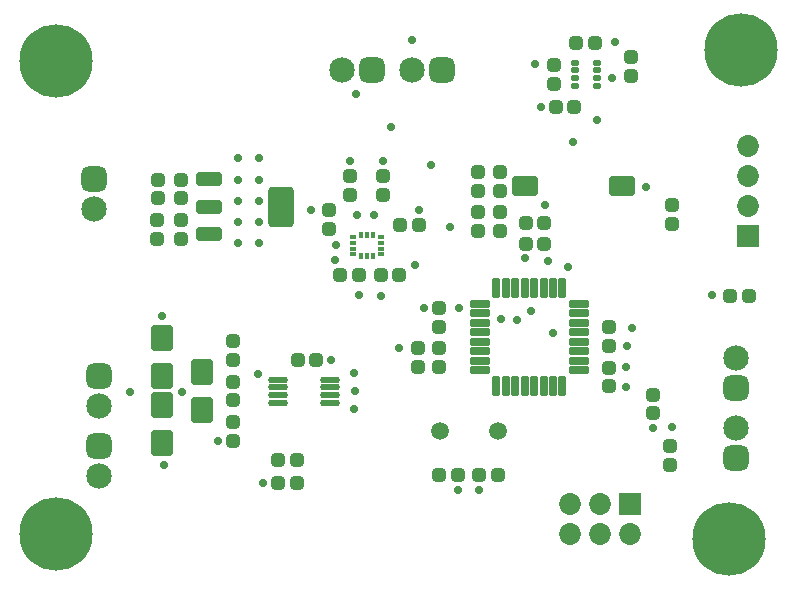
<source format=gts>
G04*
G04 #@! TF.GenerationSoftware,Altium Limited,Altium Designer,20.2.5 (213)*
G04*
G04 Layer_Color=8388736*
%FSLAX25Y25*%
%MOIN*%
G70*
G04*
G04 #@! TF.SameCoordinates,60F93EC6-C58D-44ED-8A3A-9E4C80F0F1D9*
G04*
G04*
G04 #@! TF.FilePolarity,Negative*
G04*
G01*
G75*
G04:AMPARAMS|DCode=13|XSize=85.56mil|YSize=45.4mil|CornerRadius=8.68mil|HoleSize=0mil|Usage=FLASHONLY|Rotation=0.000|XOffset=0mil|YOffset=0mil|HoleType=Round|Shape=RoundedRectangle|*
%AMROUNDEDRECTD13*
21,1,0.08556,0.02805,0,0,0.0*
21,1,0.06821,0.04540,0,0,0.0*
1,1,0.01735,0.03410,-0.01403*
1,1,0.01735,-0.03410,-0.01403*
1,1,0.01735,-0.03410,0.01403*
1,1,0.01735,0.03410,0.01403*
%
%ADD13ROUNDEDRECTD13*%
G04:AMPARAMS|DCode=14|XSize=85.56mil|YSize=135.95mil|CornerRadius=13.7mil|HoleSize=0mil|Usage=FLASHONLY|Rotation=0.000|XOffset=0mil|YOffset=0mil|HoleType=Round|Shape=RoundedRectangle|*
%AMROUNDEDRECTD14*
21,1,0.08556,0.10856,0,0,0.0*
21,1,0.05817,0.13595,0,0,0.0*
1,1,0.02739,0.02909,-0.05428*
1,1,0.02739,-0.02909,-0.05428*
1,1,0.02739,-0.02909,0.05428*
1,1,0.02739,0.02909,0.05428*
%
%ADD14ROUNDEDRECTD14*%
G04:AMPARAMS|DCode=15|XSize=86.74mil|YSize=67.06mil|CornerRadius=11.38mil|HoleSize=0mil|Usage=FLASHONLY|Rotation=180.000|XOffset=0mil|YOffset=0mil|HoleType=Round|Shape=RoundedRectangle|*
%AMROUNDEDRECTD15*
21,1,0.08674,0.04429,0,0,180.0*
21,1,0.06398,0.06706,0,0,180.0*
1,1,0.02276,-0.03199,0.02215*
1,1,0.02276,0.03199,0.02215*
1,1,0.02276,0.03199,-0.02215*
1,1,0.02276,-0.03199,-0.02215*
%
%ADD15ROUNDEDRECTD15*%
G04:AMPARAMS|DCode=16|XSize=47.37mil|YSize=45.4mil|CornerRadius=13.35mil|HoleSize=0mil|Usage=FLASHONLY|Rotation=270.000|XOffset=0mil|YOffset=0mil|HoleType=Round|Shape=RoundedRectangle|*
%AMROUNDEDRECTD16*
21,1,0.04737,0.01870,0,0,270.0*
21,1,0.02067,0.04540,0,0,270.0*
1,1,0.02670,-0.00935,-0.01034*
1,1,0.02670,-0.00935,0.01034*
1,1,0.02670,0.00935,0.01034*
1,1,0.02670,0.00935,-0.01034*
%
%ADD16ROUNDEDRECTD16*%
G04:AMPARAMS|DCode=17|XSize=47.37mil|YSize=45.4mil|CornerRadius=13.35mil|HoleSize=0mil|Usage=FLASHONLY|Rotation=180.000|XOffset=0mil|YOffset=0mil|HoleType=Round|Shape=RoundedRectangle|*
%AMROUNDEDRECTD17*
21,1,0.04737,0.01870,0,0,180.0*
21,1,0.02067,0.04540,0,0,180.0*
1,1,0.02670,-0.01034,0.00935*
1,1,0.02670,0.01034,0.00935*
1,1,0.02670,0.01034,-0.00935*
1,1,0.02670,-0.01034,-0.00935*
%
%ADD17ROUNDEDRECTD17*%
G04:AMPARAMS|DCode=18|XSize=86.74mil|YSize=75.72mil|CornerRadius=12.47mil|HoleSize=0mil|Usage=FLASHONLY|Rotation=90.000|XOffset=0mil|YOffset=0mil|HoleType=Round|Shape=RoundedRectangle|*
%AMROUNDEDRECTD18*
21,1,0.08674,0.05079,0,0,90.0*
21,1,0.06181,0.07572,0,0,90.0*
1,1,0.02493,0.02539,0.03091*
1,1,0.02493,0.02539,-0.03091*
1,1,0.02493,-0.02539,-0.03091*
1,1,0.02493,-0.02539,0.03091*
%
%ADD18ROUNDEDRECTD18*%
G04:AMPARAMS|DCode=19|XSize=28.47mil|YSize=65.87mil|CornerRadius=6.56mil|HoleSize=0mil|Usage=FLASHONLY|Rotation=0.000|XOffset=0mil|YOffset=0mil|HoleType=Round|Shape=RoundedRectangle|*
%AMROUNDEDRECTD19*
21,1,0.02847,0.05276,0,0,0.0*
21,1,0.01535,0.06587,0,0,0.0*
1,1,0.01312,0.00768,-0.02638*
1,1,0.01312,-0.00768,-0.02638*
1,1,0.01312,-0.00768,0.02638*
1,1,0.01312,0.00768,0.02638*
%
%ADD19ROUNDEDRECTD19*%
G04:AMPARAMS|DCode=20|XSize=65.87mil|YSize=28.47mil|CornerRadius=6.56mil|HoleSize=0mil|Usage=FLASHONLY|Rotation=0.000|XOffset=0mil|YOffset=0mil|HoleType=Round|Shape=RoundedRectangle|*
%AMROUNDEDRECTD20*
21,1,0.06587,0.01535,0,0,0.0*
21,1,0.05276,0.02847,0,0,0.0*
1,1,0.01312,0.02638,-0.00768*
1,1,0.01312,-0.02638,-0.00768*
1,1,0.01312,-0.02638,0.00768*
1,1,0.01312,0.02638,0.00768*
%
%ADD20ROUNDEDRECTD20*%
%ADD21R,0.02402X0.01378*%
%ADD22R,0.01378X0.02402*%
G04:AMPARAMS|DCode=23|XSize=64.1mil|YSize=22.17mil|CornerRadius=7.54mil|HoleSize=0mil|Usage=FLASHONLY|Rotation=180.000|XOffset=0mil|YOffset=0mil|HoleType=Round|Shape=RoundedRectangle|*
%AMROUNDEDRECTD23*
21,1,0.06410,0.00709,0,0,180.0*
21,1,0.04902,0.02217,0,0,180.0*
1,1,0.01509,-0.02451,0.00354*
1,1,0.01509,0.02451,0.00354*
1,1,0.01509,0.02451,-0.00354*
1,1,0.01509,-0.02451,-0.00354*
%
%ADD23ROUNDEDRECTD23*%
G04:AMPARAMS|DCode=24|XSize=27.69mil|YSize=21.78mil|CornerRadius=5.72mil|HoleSize=0mil|Usage=FLASHONLY|Rotation=0.000|XOffset=0mil|YOffset=0mil|HoleType=Round|Shape=RoundedRectangle|*
%AMROUNDEDRECTD24*
21,1,0.02769,0.01034,0,0,0.0*
21,1,0.01624,0.02178,0,0,0.0*
1,1,0.01145,0.00812,-0.00517*
1,1,0.01145,-0.00812,-0.00517*
1,1,0.01145,-0.00812,0.00517*
1,1,0.01145,0.00812,0.00517*
%
%ADD24ROUNDEDRECTD24*%
%ADD25C,0.08477*%
G04:AMPARAMS|DCode=26|XSize=84.77mil|YSize=84.77mil|CornerRadius=23.19mil|HoleSize=0mil|Usage=FLASHONLY|Rotation=90.000|XOffset=0mil|YOffset=0mil|HoleType=Round|Shape=RoundedRectangle|*
%AMROUNDEDRECTD26*
21,1,0.08477,0.03839,0,0,90.0*
21,1,0.03839,0.08477,0,0,90.0*
1,1,0.04639,0.01919,0.01919*
1,1,0.04639,0.01919,-0.01919*
1,1,0.04639,-0.01919,-0.01919*
1,1,0.04639,-0.01919,0.01919*
%
%ADD26ROUNDEDRECTD26*%
G04:AMPARAMS|DCode=27|XSize=84.77mil|YSize=84.77mil|CornerRadius=23.19mil|HoleSize=0mil|Usage=FLASHONLY|Rotation=180.000|XOffset=0mil|YOffset=0mil|HoleType=Round|Shape=RoundedRectangle|*
%AMROUNDEDRECTD27*
21,1,0.08477,0.03839,0,0,180.0*
21,1,0.03839,0.08477,0,0,180.0*
1,1,0.04639,-0.01919,0.01919*
1,1,0.04639,0.01919,0.01919*
1,1,0.04639,0.01919,-0.01919*
1,1,0.04639,-0.01919,-0.01919*
%
%ADD27ROUNDEDRECTD27*%
%ADD28C,0.05918*%
%ADD29R,0.07296X0.07296*%
%ADD30C,0.07296*%
%ADD31R,0.07296X0.07296*%
%ADD32C,0.24422*%
%ADD33C,0.02756*%
D13*
X70911Y-59030D02*
D03*
Y-68085D02*
D03*
Y-77141D02*
D03*
D14*
X94730Y-68085D02*
D03*
D15*
X176280Y-61133D02*
D03*
X208563D02*
D03*
D16*
X250838Y-97810D02*
D03*
X244539D02*
D03*
X100188Y-152595D02*
D03*
X93889D02*
D03*
X176350Y-80591D02*
D03*
X182650D02*
D03*
Y-73488D02*
D03*
X176350D02*
D03*
X147500Y-157567D02*
D03*
X153799D02*
D03*
X167202D02*
D03*
X160903D02*
D03*
X100188Y-160095D02*
D03*
X93889D02*
D03*
X134449Y-74067D02*
D03*
X140748D02*
D03*
X120748Y-91040D02*
D03*
X114449D02*
D03*
X127993D02*
D03*
X134292D02*
D03*
X100344Y-119150D02*
D03*
X106643D02*
D03*
X199551Y-13639D02*
D03*
X193252D02*
D03*
X192650Y-34998D02*
D03*
X186350D02*
D03*
D17*
X61369Y-59098D02*
D03*
Y-65397D02*
D03*
X53869Y-59098D02*
D03*
Y-65397D02*
D03*
X224453Y-147905D02*
D03*
Y-154204D02*
D03*
X117984Y-57928D02*
D03*
Y-64227D02*
D03*
X160500Y-69988D02*
D03*
Y-76287D02*
D03*
Y-56586D02*
D03*
Y-62885D02*
D03*
X167906Y-69988D02*
D03*
Y-76287D02*
D03*
X167891Y-56586D02*
D03*
Y-62885D02*
D03*
X204000Y-114650D02*
D03*
Y-108350D02*
D03*
Y-121753D02*
D03*
Y-128052D02*
D03*
X140397Y-121650D02*
D03*
Y-115350D02*
D03*
X147500Y-121650D02*
D03*
Y-115350D02*
D03*
Y-108247D02*
D03*
Y-101948D02*
D03*
X110881Y-75609D02*
D03*
Y-69310D02*
D03*
X128828Y-64184D02*
D03*
Y-57885D02*
D03*
X78785Y-126432D02*
D03*
Y-132731D02*
D03*
X78753Y-139835D02*
D03*
Y-146134D02*
D03*
Y-112850D02*
D03*
Y-119150D02*
D03*
X61597Y-78800D02*
D03*
Y-72500D02*
D03*
X53597Y-78800D02*
D03*
Y-72500D02*
D03*
X185778Y-20850D02*
D03*
Y-27150D02*
D03*
X218675Y-137045D02*
D03*
Y-130746D02*
D03*
X225000Y-74002D02*
D03*
Y-67702D02*
D03*
X211500Y-18350D02*
D03*
Y-24650D02*
D03*
D18*
X55097Y-112058D02*
D03*
Y-124657D02*
D03*
Y-134332D02*
D03*
Y-146930D02*
D03*
X68500Y-135799D02*
D03*
Y-123201D02*
D03*
D19*
X166602Y-128000D02*
D03*
X169752D02*
D03*
X172902D02*
D03*
X176051D02*
D03*
X179201D02*
D03*
X182350D02*
D03*
X185500D02*
D03*
X188650D02*
D03*
Y-95165D02*
D03*
X185500D02*
D03*
X182350D02*
D03*
X179201D02*
D03*
X176051D02*
D03*
X172902D02*
D03*
X169752D02*
D03*
X166602D02*
D03*
D20*
X161209Y-100559D02*
D03*
Y-103709D02*
D03*
Y-106858D02*
D03*
Y-110008D02*
D03*
Y-113157D02*
D03*
Y-116307D02*
D03*
Y-119457D02*
D03*
Y-122606D02*
D03*
X194043D02*
D03*
Y-119457D02*
D03*
Y-116307D02*
D03*
Y-113157D02*
D03*
Y-110008D02*
D03*
Y-106858D02*
D03*
Y-103709D02*
D03*
Y-100559D02*
D03*
D21*
X118965Y-78130D02*
D03*
Y-80098D02*
D03*
Y-82067D02*
D03*
Y-84035D02*
D03*
X128098D02*
D03*
Y-82067D02*
D03*
Y-80098D02*
D03*
Y-78130D02*
D03*
D22*
X121563Y-84665D02*
D03*
X123531D02*
D03*
X125500D02*
D03*
Y-77500D02*
D03*
X123531D02*
D03*
X121563D02*
D03*
D23*
X111247Y-133420D02*
D03*
Y-130861D02*
D03*
Y-128302D02*
D03*
Y-125743D02*
D03*
X93830D02*
D03*
Y-128302D02*
D03*
Y-130861D02*
D03*
Y-133420D02*
D03*
D24*
X200319Y-25280D02*
D03*
Y-22720D02*
D03*
Y-27839D02*
D03*
X192681Y-25280D02*
D03*
Y-22720D02*
D03*
Y-20161D02*
D03*
Y-27839D02*
D03*
X200319Y-20161D02*
D03*
D25*
X246346Y-141843D02*
D03*
X32500Y-69000D02*
D03*
X34000Y-134500D02*
D03*
X115000Y-22500D02*
D03*
X246456Y-118480D02*
D03*
X138363Y-22500D02*
D03*
X34000Y-157863D02*
D03*
D26*
X246346Y-151844D02*
D03*
X32500Y-59000D02*
D03*
X34000Y-124500D02*
D03*
X246456Y-128480D02*
D03*
X34000Y-147863D02*
D03*
D27*
X125000Y-22500D02*
D03*
X148363D02*
D03*
D28*
X147894Y-143000D02*
D03*
X167106D02*
D03*
D29*
X211262Y-167104D02*
D03*
D30*
Y-177104D02*
D03*
X201262Y-167104D02*
D03*
Y-177104D02*
D03*
X191262Y-167104D02*
D03*
Y-177104D02*
D03*
X250500Y-47852D02*
D03*
Y-57852D02*
D03*
Y-67852D02*
D03*
D31*
Y-77852D02*
D03*
D32*
X19685Y-19685D02*
D03*
X248000Y-16000D02*
D03*
X244000Y-179000D02*
D03*
X19685Y-177165D02*
D03*
D33*
X182677Y-67716D02*
D03*
X61975Y-129796D02*
D03*
X44586Y-129874D02*
D03*
X185574Y-110136D02*
D03*
X225197Y-141732D02*
D03*
X238583Y-97638D02*
D03*
X192126Y-46457D02*
D03*
X119685Y-30709D02*
D03*
X131496Y-41732D02*
D03*
X144882Y-54331D02*
D03*
X151181Y-74803D02*
D03*
X210105Y-114537D02*
D03*
X209936Y-128240D02*
D03*
X209970Y-121676D02*
D03*
X216535Y-61417D02*
D03*
X211811Y-108661D02*
D03*
X200159Y-39211D02*
D03*
X206102Y-13240D02*
D03*
X179646Y-20656D02*
D03*
X183903Y-86105D02*
D03*
X190551Y-88189D02*
D03*
X176174Y-85391D02*
D03*
X168057Y-105712D02*
D03*
X173556Y-105805D02*
D03*
X178315Y-102847D02*
D03*
X120151Y-70866D02*
D03*
X139594Y-87402D02*
D03*
X154135Y-101942D02*
D03*
X112811Y-85825D02*
D03*
X113012Y-80859D02*
D03*
X104724Y-69310D02*
D03*
X120923Y-97526D02*
D03*
X128275Y-97767D02*
D03*
X125984Y-70866D02*
D03*
X134066Y-115169D02*
D03*
X119301Y-135453D02*
D03*
Y-123711D02*
D03*
X119505Y-129599D02*
D03*
X55905Y-154331D02*
D03*
X87527Y-66210D02*
D03*
Y-73297D02*
D03*
Y-59123D02*
D03*
X87178Y-123940D02*
D03*
X87527Y-80383D02*
D03*
X80440Y-52037D02*
D03*
X87527D02*
D03*
X80440Y-59123D02*
D03*
X55118Y-104724D02*
D03*
X218728Y-142019D02*
D03*
X128776Y-52911D02*
D03*
X117932Y-52954D02*
D03*
X138385Y-12651D02*
D03*
X205293Y-25227D02*
D03*
X80440Y-73297D02*
D03*
Y-80383D02*
D03*
Y-66210D02*
D03*
X88967Y-160095D02*
D03*
X142526Y-102000D02*
D03*
X153852Y-162541D02*
D03*
X160955D02*
D03*
X140696Y-69093D02*
D03*
X111617Y-119097D02*
D03*
X73779Y-146186D02*
D03*
X181376Y-35050D02*
D03*
M02*

</source>
